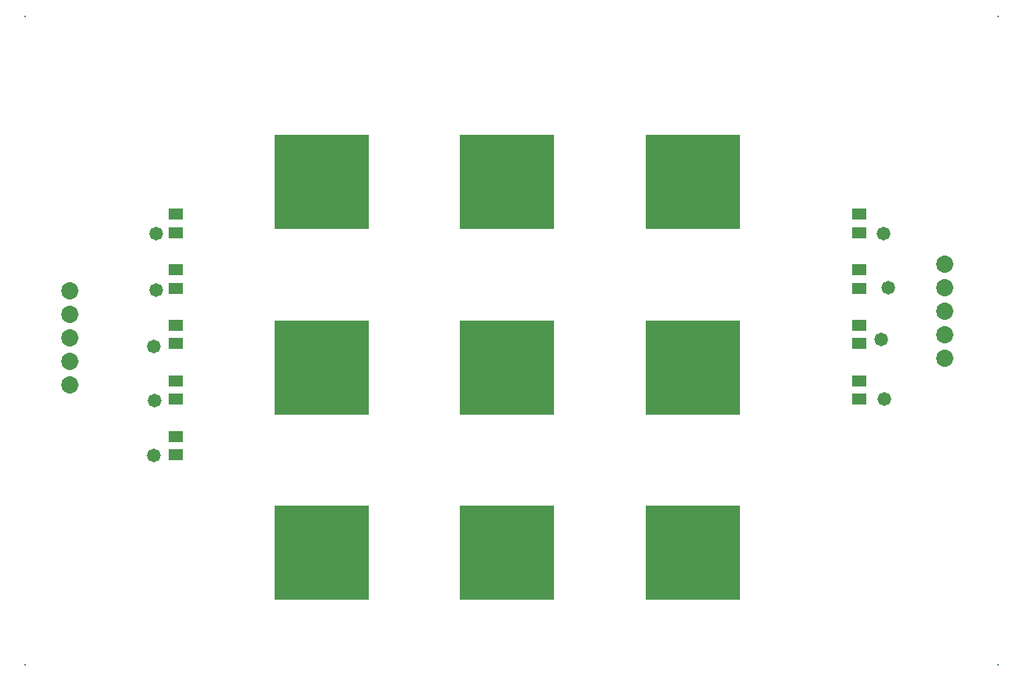
<source format=gbr>
%TF.GenerationSoftware,Altium Limited,Altium Designer,24.0.1 (36)*%
G04 Layer_Color=8388736*
%FSLAX45Y45*%
%MOMM*%
%TF.SameCoordinates,3215C8D0-E6B2-4662-8DC9-F85C750AE4ED*%
%TF.FilePolarity,Negative*%
%TF.FileFunction,Soldermask,Top*%
%TF.Part,Single*%
G01*
G75*
%TA.AperFunction,SMDPad,CuDef*%
%ADD18R,1.60320X1.30320*%
%ADD19R,10.20320X10.20320*%
%TA.AperFunction,ComponentPad*%
%ADD20C,1.85420*%
%TA.AperFunction,WasherPad*%
%ADD21C,0.20320*%
%TA.AperFunction,ViaPad*%
%ADD22C,1.47320*%
D18*
X13000000Y8068200D02*
D03*
Y8268200D02*
D03*
X5622200Y8068200D02*
D03*
Y8268200D02*
D03*
Y7468200D02*
D03*
Y7668200D02*
D03*
Y6868200D02*
D03*
Y7068200D02*
D03*
Y6268200D02*
D03*
Y6468200D02*
D03*
X13000000Y7468200D02*
D03*
Y7668200D02*
D03*
Y6868200D02*
D03*
Y7068200D02*
D03*
Y8668200D02*
D03*
Y8868200D02*
D03*
X5622200Y8668200D02*
D03*
Y8868200D02*
D03*
D19*
X11200000Y5212700D02*
D03*
X9200000D02*
D03*
X7200000D02*
D03*
X11200000Y7212700D02*
D03*
X9200000D02*
D03*
X7200000D02*
D03*
X11200000Y9212700D02*
D03*
X9200000D02*
D03*
X7200000D02*
D03*
D20*
X13919200Y8331200D02*
D03*
Y7315200D02*
D03*
Y7569200D02*
D03*
Y7823200D02*
D03*
Y8077200D02*
D03*
X4483100Y8039100D02*
D03*
Y7023100D02*
D03*
Y7277100D02*
D03*
Y7531100D02*
D03*
Y7785100D02*
D03*
D21*
X4000000Y4000000D02*
D03*
X14500000D02*
D03*
Y11000000D02*
D03*
X4000000D02*
D03*
D22*
X5410200Y8661400D02*
D03*
X5384800Y6261100D02*
D03*
X5410200Y8051800D02*
D03*
X5384800Y7442200D02*
D03*
X5397500Y6858000D02*
D03*
X13271500Y6870700D02*
D03*
X13233400Y7518400D02*
D03*
X13309599Y8077200D02*
D03*
X13258800Y8661400D02*
D03*
%TF.MD5,55158efa800534d1f092038649a76bcf*%
M02*

</source>
